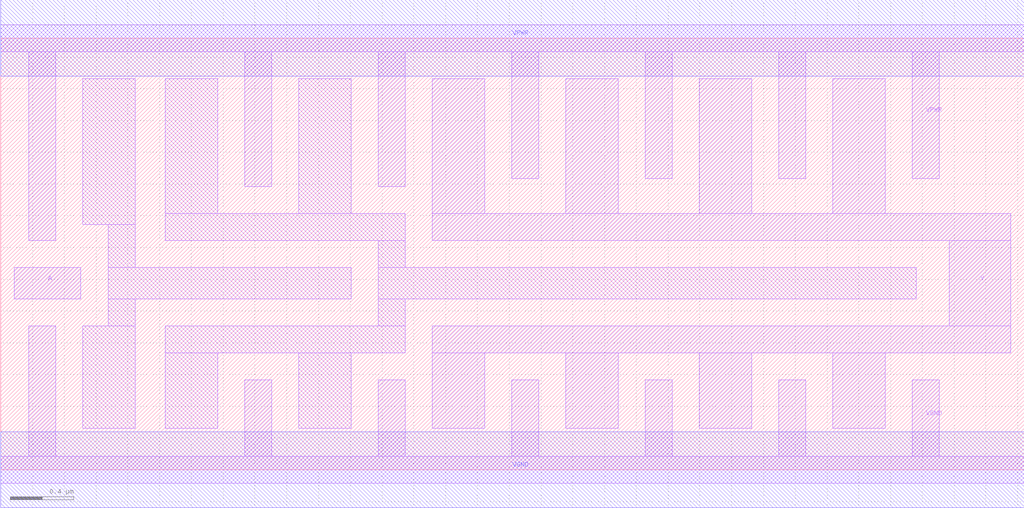
<source format=lef>
# Copyright 2020 The SkyWater PDK Authors
#
# Licensed under the Apache License, Version 2.0 (the "License");
# you may not use this file except in compliance with the License.
# You may obtain a copy of the License at
#
#     https://www.apache.org/licenses/LICENSE-2.0
#
# Unless required by applicable law or agreed to in writing, software
# distributed under the License is distributed on an "AS IS" BASIS,
# WITHOUT WARRANTIES OR CONDITIONS OF ANY KIND, either express or implied.
# See the License for the specific language governing permissions and
# limitations under the License.
#
# SPDX-License-Identifier: Apache-2.0

VERSION 5.5 ;
NAMESCASESENSITIVE ON ;
BUSBITCHARS "[]" ;
DIVIDERCHAR "/" ;
MACRO sky130_fd_sc_hd__bufinv_8
  CLASS CORE ;
  SOURCE USER ;
  ORIGIN  0.000000  0.000000 ;
  SIZE  6.440000 BY  2.720000 ;
  SYMMETRY X Y R90 ;
  SITE unithd ;
  PIN A
    ANTENNAGATEAREA  0.247500 ;
    DIRECTION INPUT ;
    USE SIGNAL ;
    PORT
      LAYER li1 ;
        RECT 0.085000 1.075000 0.505000 1.275000 ;
    END
  END A
  PIN Y
    ANTENNADIFFAREA  1.782000 ;
    DIRECTION OUTPUT ;
    USE SIGNAL ;
    PORT
      LAYER li1 ;
        RECT 2.715000 0.260000 3.045000 0.735000 ;
        RECT 2.715000 0.735000 6.355000 0.905000 ;
        RECT 2.715000 1.445000 6.355000 1.615000 ;
        RECT 2.715000 1.615000 3.045000 2.465000 ;
        RECT 3.555000 0.260000 3.885000 0.735000 ;
        RECT 3.555000 1.615000 3.885000 2.465000 ;
        RECT 4.395000 0.260000 4.725000 0.735000 ;
        RECT 4.395000 1.615000 4.725000 2.465000 ;
        RECT 5.235000 0.260000 5.565000 0.735000 ;
        RECT 5.235000 1.615000 5.565000 2.465000 ;
        RECT 5.970000 0.905000 6.355000 1.445000 ;
    END
  END Y
  PIN VGND
    DIRECTION INOUT ;
    SHAPE ABUTMENT ;
    USE GROUND ;
    PORT
      LAYER li1 ;
        RECT 0.000000 -0.085000 6.440000 0.085000 ;
        RECT 0.175000  0.085000 0.345000 0.905000 ;
        RECT 1.535000  0.085000 1.705000 0.565000 ;
        RECT 2.375000  0.085000 2.545000 0.565000 ;
        RECT 3.215000  0.085000 3.385000 0.565000 ;
        RECT 4.055000  0.085000 4.225000 0.565000 ;
        RECT 4.895000  0.085000 5.065000 0.565000 ;
        RECT 5.735000  0.085000 5.905000 0.565000 ;
    END
    PORT
      LAYER met1 ;
        RECT 0.000000 -0.240000 6.440000 0.240000 ;
    END
  END VGND
  PIN VPWR
    DIRECTION INOUT ;
    SHAPE ABUTMENT ;
    USE POWER ;
    PORT
      LAYER li1 ;
        RECT 0.000000 2.635000 6.440000 2.805000 ;
        RECT 0.175000 1.445000 0.345000 2.635000 ;
        RECT 1.535000 1.785000 1.705000 2.635000 ;
        RECT 2.375000 1.785000 2.545000 2.635000 ;
        RECT 3.215000 1.835000 3.385000 2.635000 ;
        RECT 4.055000 1.835000 4.225000 2.635000 ;
        RECT 4.895000 1.835000 5.065000 2.635000 ;
        RECT 5.735000 1.835000 5.905000 2.635000 ;
    END
    PORT
      LAYER met1 ;
        RECT 0.000000 2.480000 6.440000 2.960000 ;
    END
  END VPWR
  OBS
    LAYER li1 ;
      RECT 0.515000 0.260000 0.845000 0.905000 ;
      RECT 0.515000 1.545000 0.845000 2.465000 ;
      RECT 0.675000 0.905000 0.845000 1.075000 ;
      RECT 0.675000 1.075000 2.205000 1.275000 ;
      RECT 0.675000 1.275000 0.845000 1.545000 ;
      RECT 1.035000 0.260000 1.365000 0.735000 ;
      RECT 1.035000 0.735000 2.545000 0.905000 ;
      RECT 1.035000 1.445000 2.545000 1.615000 ;
      RECT 1.035000 1.615000 1.365000 2.465000 ;
      RECT 1.875000 0.260000 2.205000 0.735000 ;
      RECT 1.875000 1.615000 2.205000 2.465000 ;
      RECT 2.375000 0.905000 2.545000 1.075000 ;
      RECT 2.375000 1.075000 5.760000 1.275000 ;
      RECT 2.375000 1.275000 2.545000 1.445000 ;
  END
END sky130_fd_sc_hd__bufinv_8
END LIBRARY

</source>
